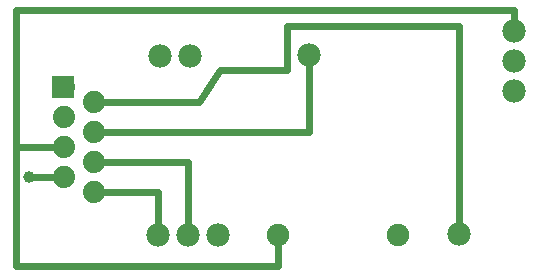
<source format=gtl>
G04 MADE WITH FRITZING*
G04 WWW.FRITZING.ORG*
G04 DOUBLE SIDED*
G04 HOLES PLATED*
G04 CONTOUR ON CENTER OF CONTOUR VECTOR*
%ASAXBY*%
%FSLAX23Y23*%
%MOIN*%
%OFA0B0*%
%SFA1.0B1.0*%
%ADD10C,0.075000*%
%ADD11C,0.039370*%
%ADD12C,0.074000*%
%ADD13C,0.078000*%
%ADD14C,0.024000*%
%ADD15R,0.001000X0.001000*%
%LNCOPPER1*%
G90*
G70*
G54D10*
X1044Y191D03*
X1444Y191D03*
G54D11*
X214Y382D03*
G54D12*
X430Y332D03*
X330Y382D03*
X430Y432D03*
X430Y532D03*
X430Y632D03*
X330Y482D03*
X330Y582D03*
X330Y682D03*
X430Y332D03*
X330Y382D03*
X430Y432D03*
X430Y532D03*
X430Y632D03*
X330Y482D03*
X330Y582D03*
X330Y682D03*
G54D13*
X1147Y791D03*
X1647Y193D03*
X1832Y869D03*
X1832Y769D03*
X1832Y669D03*
X845Y190D03*
X745Y190D03*
X645Y190D03*
X753Y788D03*
X653Y788D03*
G54D14*
X173Y941D02*
X173Y482D01*
D02*
X173Y482D02*
X299Y482D01*
D02*
X1044Y87D02*
X1044Y163D01*
D02*
X173Y87D02*
X1044Y87D01*
D02*
X1832Y941D02*
X173Y941D01*
D02*
X173Y482D02*
X173Y87D01*
D02*
X1832Y899D02*
X1832Y941D01*
D02*
X299Y382D02*
X233Y382D01*
D02*
X852Y739D02*
X781Y632D01*
D02*
X781Y632D02*
X461Y632D01*
D02*
X1074Y739D02*
X852Y739D01*
D02*
X1074Y886D02*
X1074Y739D01*
D02*
X1647Y886D02*
X1074Y886D01*
D02*
X1647Y223D02*
X1647Y886D01*
D02*
X1147Y532D02*
X1147Y761D01*
D02*
X461Y532D02*
X1147Y532D01*
D02*
X645Y332D02*
X645Y220D01*
D02*
X461Y332D02*
X645Y332D01*
D02*
X745Y432D02*
X745Y220D01*
D02*
X461Y432D02*
X745Y432D01*
G54D15*
X293Y719D02*
X366Y719D01*
X293Y718D02*
X366Y718D01*
X293Y717D02*
X366Y717D01*
X293Y716D02*
X366Y716D01*
X293Y715D02*
X366Y715D01*
X293Y714D02*
X366Y714D01*
X293Y713D02*
X366Y713D01*
X293Y712D02*
X366Y712D01*
X293Y711D02*
X366Y711D01*
X293Y710D02*
X366Y710D01*
X293Y709D02*
X366Y709D01*
X293Y708D02*
X366Y708D01*
X293Y707D02*
X366Y707D01*
X293Y706D02*
X366Y706D01*
X293Y705D02*
X366Y705D01*
X293Y704D02*
X366Y704D01*
X293Y703D02*
X366Y703D01*
X293Y702D02*
X366Y702D01*
X293Y701D02*
X323Y701D01*
X336Y701D02*
X366Y701D01*
X293Y700D02*
X321Y700D01*
X338Y700D02*
X366Y700D01*
X293Y699D02*
X319Y699D01*
X340Y699D02*
X366Y699D01*
X293Y698D02*
X317Y698D01*
X342Y698D02*
X366Y698D01*
X293Y697D02*
X316Y697D01*
X343Y697D02*
X366Y697D01*
X293Y696D02*
X315Y696D01*
X344Y696D02*
X366Y696D01*
X293Y695D02*
X314Y695D01*
X345Y695D02*
X366Y695D01*
X293Y694D02*
X313Y694D01*
X346Y694D02*
X366Y694D01*
X293Y693D02*
X313Y693D01*
X346Y693D02*
X366Y693D01*
X293Y692D02*
X312Y692D01*
X347Y692D02*
X366Y692D01*
X293Y691D02*
X311Y691D01*
X348Y691D02*
X366Y691D01*
X293Y690D02*
X311Y690D01*
X348Y690D02*
X366Y690D01*
X293Y689D02*
X311Y689D01*
X348Y689D02*
X366Y689D01*
X293Y688D02*
X310Y688D01*
X349Y688D02*
X366Y688D01*
X293Y687D02*
X310Y687D01*
X349Y687D02*
X366Y687D01*
X293Y686D02*
X310Y686D01*
X349Y686D02*
X366Y686D01*
X293Y685D02*
X310Y685D01*
X349Y685D02*
X366Y685D01*
X293Y684D02*
X309Y684D01*
X349Y684D02*
X366Y684D01*
X293Y683D02*
X309Y683D01*
X350Y683D02*
X366Y683D01*
X293Y682D02*
X309Y682D01*
X350Y682D02*
X366Y682D01*
X293Y681D02*
X309Y681D01*
X350Y681D02*
X366Y681D01*
X293Y680D02*
X310Y680D01*
X349Y680D02*
X366Y680D01*
X293Y679D02*
X310Y679D01*
X349Y679D02*
X366Y679D01*
X293Y678D02*
X310Y678D01*
X349Y678D02*
X366Y678D01*
X293Y677D02*
X310Y677D01*
X349Y677D02*
X366Y677D01*
X293Y676D02*
X310Y676D01*
X349Y676D02*
X366Y676D01*
X293Y675D02*
X311Y675D01*
X348Y675D02*
X366Y675D01*
X293Y674D02*
X311Y674D01*
X348Y674D02*
X366Y674D01*
X293Y673D02*
X312Y673D01*
X347Y673D02*
X366Y673D01*
X293Y672D02*
X312Y672D01*
X347Y672D02*
X366Y672D01*
X293Y671D02*
X313Y671D01*
X346Y671D02*
X366Y671D01*
X293Y670D02*
X314Y670D01*
X345Y670D02*
X366Y670D01*
X293Y669D02*
X315Y669D01*
X344Y669D02*
X366Y669D01*
X293Y668D02*
X316Y668D01*
X343Y668D02*
X366Y668D01*
X293Y667D02*
X317Y667D01*
X342Y667D02*
X366Y667D01*
X293Y666D02*
X318Y666D01*
X341Y666D02*
X366Y666D01*
X293Y665D02*
X320Y665D01*
X339Y665D02*
X366Y665D01*
X293Y664D02*
X322Y664D01*
X337Y664D02*
X366Y664D01*
X293Y663D02*
X325Y663D01*
X334Y663D02*
X366Y663D01*
X293Y662D02*
X366Y662D01*
X293Y661D02*
X366Y661D01*
X293Y660D02*
X366Y660D01*
X293Y659D02*
X366Y659D01*
X293Y658D02*
X366Y658D01*
X293Y657D02*
X366Y657D01*
X293Y656D02*
X366Y656D01*
X293Y655D02*
X366Y655D01*
X293Y654D02*
X366Y654D01*
X293Y653D02*
X366Y653D01*
X293Y652D02*
X366Y652D01*
X293Y651D02*
X366Y651D01*
X293Y650D02*
X366Y650D01*
X293Y649D02*
X366Y649D01*
X293Y648D02*
X366Y648D01*
X293Y647D02*
X366Y647D01*
X293Y646D02*
X366Y646D01*
D02*
G04 End of Copper1*
M02*
</source>
